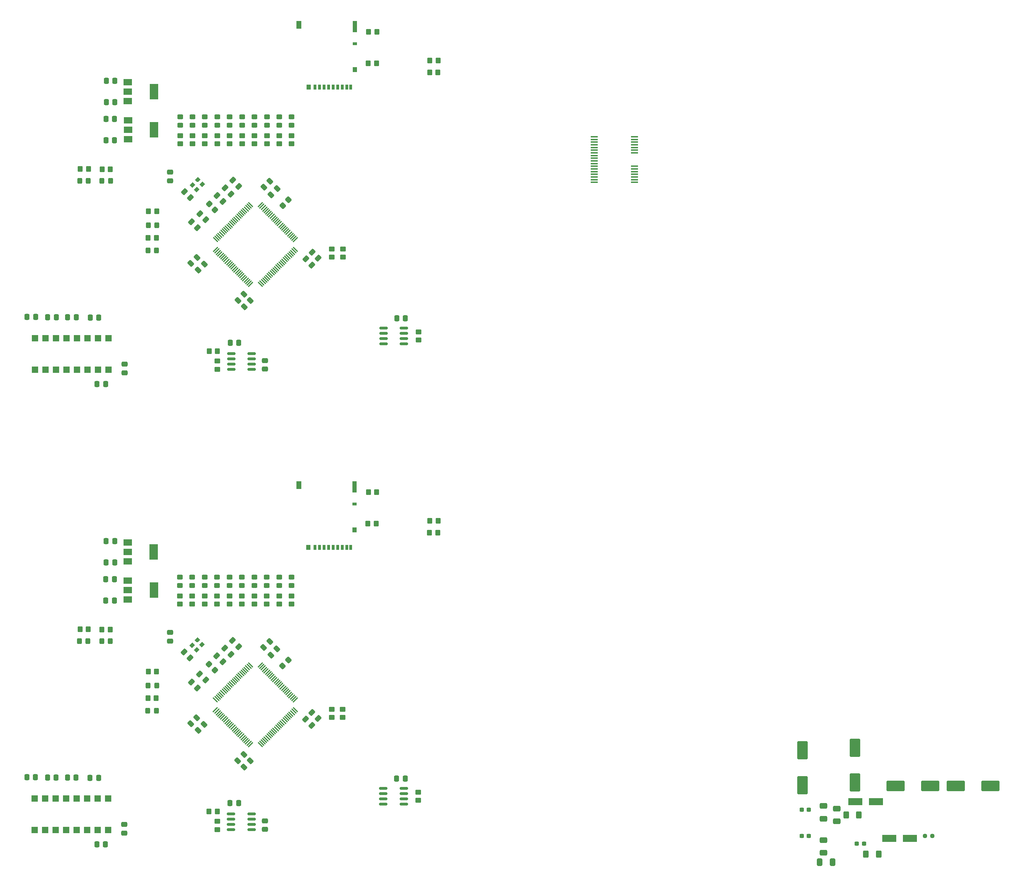
<source format=gbr>
%TF.GenerationSoftware,KiCad,Pcbnew,6.0.11-2627ca5db0~126~ubuntu20.04.1*%
%TF.CreationDate,2023-05-10T15:16:23+05:30*%
%TF.ProjectId,MVCU_COPY,4d564355-5f43-44f5-9059-2e6b69636164,rev?*%
%TF.SameCoordinates,Original*%
%TF.FileFunction,Paste,Top*%
%TF.FilePolarity,Positive*%
%FSLAX46Y46*%
G04 Gerber Fmt 4.6, Leading zero omitted, Abs format (unit mm)*
G04 Created by KiCad (PCBNEW 6.0.11-2627ca5db0~126~ubuntu20.04.1) date 2023-05-10 15:16:23*
%MOMM*%
%LPD*%
G01*
G04 APERTURE LIST*
G04 Aperture macros list*
%AMRoundRect*
0 Rectangle with rounded corners*
0 $1 Rounding radius*
0 $2 $3 $4 $5 $6 $7 $8 $9 X,Y pos of 4 corners*
0 Add a 4 corners polygon primitive as box body*
4,1,4,$2,$3,$4,$5,$6,$7,$8,$9,$2,$3,0*
0 Add four circle primitives for the rounded corners*
1,1,$1+$1,$2,$3*
1,1,$1+$1,$4,$5*
1,1,$1+$1,$6,$7*
1,1,$1+$1,$8,$9*
0 Add four rect primitives between the rounded corners*
20,1,$1+$1,$2,$3,$4,$5,0*
20,1,$1+$1,$4,$5,$6,$7,0*
20,1,$1+$1,$6,$7,$8,$9,0*
20,1,$1+$1,$8,$9,$2,$3,0*%
%AMRotRect*
0 Rectangle, with rotation*
0 The origin of the aperture is its center*
0 $1 length*
0 $2 width*
0 $3 Rotation angle, in degrees counterclockwise*
0 Add horizontal line*
21,1,$1,$2,0,0,$3*%
%AMOutline5P*
0 Free polygon, 5 corners , with rotation*
0 The origin of the aperture is its center*
0 number of corners: always 5*
0 $1 to $10 corner X, Y*
0 $11 Rotation angle, in degrees counterclockwise*
0 create outline with 5 corners*
4,1,5,$1,$2,$3,$4,$5,$6,$7,$8,$9,$10,$1,$2,$11*%
%AMOutline6P*
0 Free polygon, 6 corners , with rotation*
0 The origin of the aperture is its center*
0 number of corners: always 6*
0 $1 to $12 corner X, Y*
0 $13 Rotation angle, in degrees counterclockwise*
0 create outline with 6 corners*
4,1,6,$1,$2,$3,$4,$5,$6,$7,$8,$9,$10,$11,$12,$1,$2,$13*%
%AMOutline7P*
0 Free polygon, 7 corners , with rotation*
0 The origin of the aperture is its center*
0 number of corners: always 7*
0 $1 to $14 corner X, Y*
0 $15 Rotation angle, in degrees counterclockwise*
0 create outline with 7 corners*
4,1,7,$1,$2,$3,$4,$5,$6,$7,$8,$9,$10,$11,$12,$13,$14,$1,$2,$15*%
%AMOutline8P*
0 Free polygon, 8 corners , with rotation*
0 The origin of the aperture is its center*
0 number of corners: always 8*
0 $1 to $16 corner X, Y*
0 $17 Rotation angle, in degrees counterclockwise*
0 create outline with 8 corners*
4,1,8,$1,$2,$3,$4,$5,$6,$7,$8,$9,$10,$11,$12,$13,$14,$15,$16,$1,$2,$17*%
G04 Aperture macros list end*
%ADD10R,1.670000X0.450000*%
%ADD11RoundRect,0.250000X-0.412500X-0.650000X0.412500X-0.650000X0.412500X0.650000X-0.412500X0.650000X0*%
%ADD12RoundRect,0.250000X1.000000X-1.950000X1.000000X1.950000X-1.000000X1.950000X-1.000000X-1.950000X0*%
%ADD13RoundRect,0.250000X-0.400000X-0.625000X0.400000X-0.625000X0.400000X0.625000X-0.400000X0.625000X0*%
%ADD14RoundRect,0.237500X-0.300000X-0.237500X0.300000X-0.237500X0.300000X0.237500X-0.300000X0.237500X0*%
%ADD15RoundRect,0.250000X-1.950000X-1.000000X1.950000X-1.000000X1.950000X1.000000X-1.950000X1.000000X0*%
%ADD16RoundRect,0.237500X-0.250000X-0.237500X0.250000X-0.237500X0.250000X0.237500X-0.250000X0.237500X0*%
%ADD17RoundRect,0.250000X0.650000X-0.412500X0.650000X0.412500X-0.650000X0.412500X-0.650000X-0.412500X0*%
%ADD18R,3.500000X1.800000*%
%ADD19RoundRect,0.250000X-0.450000X0.325000X-0.450000X-0.325000X0.450000X-0.325000X0.450000X0.325000X0*%
%ADD20RoundRect,0.250000X-0.450000X0.350000X-0.450000X-0.350000X0.450000X-0.350000X0.450000X0.350000X0*%
%ADD21RoundRect,0.250000X0.325000X0.450000X-0.325000X0.450000X-0.325000X-0.450000X0.325000X-0.450000X0*%
%ADD22RoundRect,0.250000X-0.070711X0.565685X-0.565685X0.070711X0.070711X-0.565685X0.565685X-0.070711X0*%
%ADD23R,1.600000X1.600000*%
%ADD24RoundRect,0.250000X-0.337500X-0.475000X0.337500X-0.475000X0.337500X0.475000X-0.337500X0.475000X0*%
%ADD25RoundRect,0.250000X-0.350000X-0.450000X0.350000X-0.450000X0.350000X0.450000X-0.350000X0.450000X0*%
%ADD26RoundRect,0.250000X0.574524X0.097227X0.097227X0.574524X-0.574524X-0.097227X-0.097227X-0.574524X0*%
%ADD27RoundRect,0.250000X-0.325000X-0.450000X0.325000X-0.450000X0.325000X0.450000X-0.325000X0.450000X0*%
%ADD28RoundRect,0.250000X0.097227X-0.574524X0.574524X-0.097227X-0.097227X0.574524X-0.574524X0.097227X0*%
%ADD29RoundRect,0.250000X0.350000X0.450000X-0.350000X0.450000X-0.350000X-0.450000X0.350000X-0.450000X0*%
%ADD30RoundRect,0.250000X-0.097227X0.574524X-0.574524X0.097227X0.097227X-0.574524X0.574524X-0.097227X0*%
%ADD31R,2.000000X1.500000*%
%ADD32R,2.000000X3.800000*%
%ADD33RoundRect,0.250000X0.337500X0.475000X-0.337500X0.475000X-0.337500X-0.475000X0.337500X-0.475000X0*%
%ADD34RoundRect,0.250000X0.475000X-0.337500X0.475000X0.337500X-0.475000X0.337500X-0.475000X-0.337500X0*%
%ADD35R,0.700000X1.200000*%
%ADD36R,1.000000X0.800000*%
%ADD37R,1.300000X1.900000*%
%ADD38R,1.000000X1.200000*%
%ADD39R,1.000000X2.800000*%
%ADD40RoundRect,0.250000X-0.574524X-0.097227X-0.097227X-0.574524X0.574524X0.097227X0.097227X0.574524X0*%
%ADD41RoundRect,0.250000X0.565685X0.070711X0.070711X0.565685X-0.565685X-0.070711X-0.070711X-0.565685X0*%
%ADD42RoundRect,0.075000X-0.565685X0.459619X0.459619X-0.565685X0.565685X-0.459619X-0.459619X0.565685X0*%
%ADD43RoundRect,0.075000X-0.565685X-0.459619X-0.459619X-0.565685X0.565685X0.459619X0.459619X0.565685X0*%
%ADD44Outline5P,-0.500000X0.450000X0.230000X0.450000X0.500000X0.180000X0.500000X-0.450000X-0.500000X-0.450000X225.000000*%
%ADD45RotRect,1.000000X0.900000X225.000000*%
%ADD46RoundRect,0.250000X0.450000X-0.350000X0.450000X0.350000X-0.450000X0.350000X-0.450000X-0.350000X0*%
%ADD47RoundRect,0.150000X-0.825000X-0.150000X0.825000X-0.150000X0.825000X0.150000X-0.825000X0.150000X0*%
%ADD48RoundRect,0.150000X0.825000X0.150000X-0.825000X0.150000X-0.825000X-0.150000X0.825000X-0.150000X0*%
G04 APERTURE END LIST*
D10*
%TO.C,U1*%
X195167500Y-960000D03*
X195167500Y-1610000D03*
X195167500Y-2260000D03*
X195167500Y-2910000D03*
X195167500Y-3560000D03*
X195167500Y-4210000D03*
X195167500Y-4860000D03*
X195167500Y-8110000D03*
X195167500Y-8760000D03*
X195167500Y-9410000D03*
X195167500Y-10060000D03*
X195167500Y-10710000D03*
X195167500Y-11360000D03*
X195167500Y-12010000D03*
X185437500Y-12010000D03*
X185437500Y-11360000D03*
X185437500Y-10710000D03*
X185437500Y-10060000D03*
X185437500Y-9410000D03*
X185437500Y-8760000D03*
X185437500Y-8110000D03*
X185437500Y-7460000D03*
X185437500Y-6810000D03*
X185437500Y-6160000D03*
X185437500Y-5510000D03*
X185437500Y-4860000D03*
X185437500Y-4210000D03*
X185437500Y-3560000D03*
X185437500Y-2910000D03*
X185437500Y-2260000D03*
X185437500Y-1610000D03*
X185437500Y-960000D03*
%TD*%
D11*
%TO.C,C3*%
X239967500Y-176565000D03*
X243092500Y-176565000D03*
%TD*%
D12*
%TO.C,C6*%
X235815000Y-157905000D03*
X235815000Y-149505000D03*
%TD*%
D13*
%TO.C,R14*%
X246330000Y-165135000D03*
X249430000Y-165135000D03*
%TD*%
D14*
%TO.C,C5*%
X235587500Y-170215000D03*
X237312500Y-170215000D03*
%TD*%
D15*
%TO.C,C14*%
X272890000Y-158150000D03*
X281290000Y-158150000D03*
%TD*%
D14*
%TO.C,C4*%
X235587500Y-163865000D03*
X237312500Y-163865000D03*
%TD*%
%TO.C,C16*%
X248922500Y-172120000D03*
X250647500Y-172120000D03*
%TD*%
D16*
%TO.C,R15*%
X265382500Y-170215000D03*
X267207500Y-170215000D03*
%TD*%
D17*
%TO.C,C12*%
X244070000Y-166697500D03*
X244070000Y-163572500D03*
%TD*%
%TO.C,C7*%
X240895000Y-166062500D03*
X240895000Y-162937500D03*
%TD*%
D12*
%TO.C,C2*%
X248515000Y-157270000D03*
X248515000Y-148870000D03*
%TD*%
D17*
%TO.C,C10*%
X240895000Y-174317500D03*
X240895000Y-171192500D03*
%TD*%
D15*
%TO.C,C11*%
X258285000Y-158150000D03*
X266685000Y-158150000D03*
%TD*%
D13*
%TO.C,R13*%
X251132500Y-174660000D03*
X254232500Y-174660000D03*
%TD*%
D18*
%TO.C,D4*%
X253555000Y-161960000D03*
X248555000Y-161960000D03*
%TD*%
%TO.C,D3*%
X256810000Y-170850000D03*
X261810000Y-170850000D03*
%TD*%
D19*
%TO.C,D5*%
X100168000Y-107570000D03*
X100168000Y-109620000D03*
%TD*%
D20*
%TO.C,R17*%
X88168000Y-112095000D03*
X88168000Y-114095000D03*
%TD*%
D21*
%TO.C,D11*%
X68318000Y-123045000D03*
X66268000Y-123045000D03*
%TD*%
D22*
%TO.C,R1*%
X111401107Y-127652893D03*
X109986893Y-129067107D03*
%TD*%
D23*
%TO.C,U14*%
X67854107Y-49757893D03*
X65314107Y-49757893D03*
X62774107Y-49757893D03*
X60234107Y-49757893D03*
X57694107Y-49757893D03*
X55154107Y-49757893D03*
X52614107Y-49757893D03*
X50074107Y-49757893D03*
X50074107Y-57377893D03*
X52614107Y-57377893D03*
X55154107Y-57377893D03*
X57694107Y-57377893D03*
X60234107Y-57377893D03*
X62774107Y-57377893D03*
X65314107Y-57377893D03*
X67854107Y-57377893D03*
%TD*%
D24*
%TO.C,C46*%
X63467500Y-44753000D03*
X65542500Y-44753000D03*
%TD*%
D25*
%TO.C,R44*%
X66332000Y-8825000D03*
X68332000Y-8825000D03*
%TD*%
D26*
%TO.C,C13*%
X97494139Y-126253353D03*
X96026893Y-124786107D03*
%TD*%
D27*
%TO.C,D26*%
X60907000Y-11675000D03*
X62957000Y-11675000D03*
%TD*%
D25*
%TO.C,R5*%
X145564000Y-96814000D03*
X147564000Y-96814000D03*
%TD*%
D28*
%TO.C,C37*%
X99187160Y-40575000D03*
X100654406Y-39107754D03*
%TD*%
D29*
%TO.C,R29*%
X132703000Y16806000D03*
X130703000Y16806000D03*
%TD*%
D19*
%TO.C,D2*%
X109168000Y-107570000D03*
X109168000Y-109620000D03*
%TD*%
D24*
%TO.C,C49*%
X58006500Y-44675000D03*
X60081500Y-44675000D03*
%TD*%
D29*
%TO.C,R46*%
X63032000Y-8775000D03*
X61032000Y-8775000D03*
%TD*%
D20*
%TO.C,R12*%
X103168000Y-112095000D03*
X103168000Y-114095000D03*
%TD*%
D30*
%TO.C,C41*%
X91068623Y-31792377D03*
X89601377Y-33259623D03*
%TD*%
D25*
%TO.C,R19*%
X66293000Y-120245000D03*
X68293000Y-120245000D03*
%TD*%
D24*
%TO.C,C58*%
X48169500Y-44575000D03*
X50244500Y-44575000D03*
%TD*%
D29*
%TO.C,R48*%
X79549786Y-19000714D03*
X77549786Y-19000714D03*
%TD*%
D27*
%TO.C,D13*%
X77402000Y-139880500D03*
X79452000Y-139880500D03*
%TD*%
D30*
%TO.C,C6*%
X102139406Y-152051754D03*
X100672160Y-153519000D03*
%TD*%
D29*
%TO.C,R22*%
X79427000Y-136880500D03*
X77427000Y-136880500D03*
%TD*%
D31*
%TO.C,U15*%
X72607000Y3025000D03*
X72607000Y725000D03*
D32*
X78907000Y725000D03*
D31*
X72607000Y-1575000D03*
%TD*%
D19*
%TO.C,D22*%
X91207000Y3850000D03*
X91207000Y1800000D03*
%TD*%
D20*
%TO.C,R11*%
X106168000Y-112095000D03*
X106168000Y-114095000D03*
%TD*%
D29*
%TO.C,R50*%
X94257000Y-52875000D03*
X92257000Y-52875000D03*
%TD*%
D33*
%TO.C,C26*%
X69405500Y-98845000D03*
X67330500Y-98845000D03*
%TD*%
D19*
%TO.C,D20*%
X97207000Y3850000D03*
X97207000Y1800000D03*
%TD*%
D20*
%TO.C,R18*%
X85168000Y-112095000D03*
X85168000Y-114095000D03*
%TD*%
D24*
%TO.C,C19*%
X57967500Y-156095000D03*
X60042500Y-156095000D03*
%TD*%
D33*
%TO.C,C23*%
X69405500Y-104045000D03*
X67330500Y-104045000D03*
%TD*%
D24*
%TO.C,C25*%
X137594500Y-156294500D03*
X139669500Y-156294500D03*
%TD*%
D19*
%TO.C,D3*%
X106168000Y-107570000D03*
X106168000Y-109620000D03*
%TD*%
D33*
%TO.C,C48*%
X67201607Y-60867893D03*
X65126607Y-60867893D03*
%TD*%
D29*
%TO.C,R27*%
X132803000Y24406000D03*
X130803000Y24406000D03*
%TD*%
D26*
%TO.C,C10*%
X117054730Y-143436516D03*
X115587484Y-141969270D03*
%TD*%
D27*
%TO.C,D27*%
X77441000Y-28460500D03*
X79491000Y-28460500D03*
%TD*%
D19*
%TO.C,D23*%
X88207000Y3850000D03*
X88207000Y1800000D03*
%TD*%
D26*
%TO.C,C2*%
X99362623Y-124394623D03*
X97895377Y-122927377D03*
%TD*%
D19*
%TO.C,D21*%
X94207000Y3850000D03*
X94207000Y1800000D03*
%TD*%
D29*
%TO.C,R4*%
X132664000Y-94614000D03*
X130664000Y-94614000D03*
%TD*%
%TO.C,R2*%
X132764000Y-87014000D03*
X130764000Y-87014000D03*
%TD*%
D20*
%TO.C,R33*%
X124576000Y-28132000D03*
X124576000Y-30132000D03*
%TD*%
D19*
%TO.C,D6*%
X97168000Y-107570000D03*
X97168000Y-109620000D03*
%TD*%
D33*
%TO.C,C17*%
X69305500Y-113245000D03*
X67230500Y-113245000D03*
%TD*%
D31*
%TO.C,U6*%
X72518000Y-99145000D03*
X72518000Y-101445000D03*
D32*
X78818000Y-101445000D03*
D31*
X72518000Y-103745000D03*
%TD*%
D28*
%TO.C,C34*%
X107205377Y-15006623D03*
X108672623Y-13539377D03*
%TD*%
D21*
%TO.C,D25*%
X68357000Y-11625000D03*
X66307000Y-11625000D03*
%TD*%
D20*
%TO.C,R7*%
X121870000Y-139552000D03*
X121870000Y-141552000D03*
%TD*%
%TO.C,R13*%
X100168000Y-112095000D03*
X100168000Y-114095000D03*
%TD*%
D19*
%TO.C,D15*%
X112207000Y3850000D03*
X112207000Y1800000D03*
%TD*%
D34*
%TO.C,C59*%
X105757000Y-57212500D03*
X105757000Y-55137500D03*
%TD*%
D29*
%TO.C,R47*%
X79466000Y-25460500D03*
X77466000Y-25460500D03*
%TD*%
D30*
%TO.C,C44*%
X89290623Y-30141377D03*
X87823377Y-31608623D03*
%TD*%
D26*
%TO.C,C43*%
X97533139Y-14833353D03*
X96065893Y-13366107D03*
%TD*%
D23*
%TO.C,U3*%
X67815107Y-161177893D03*
X65275107Y-161177893D03*
X62735107Y-161177893D03*
X60195107Y-161177893D03*
X57655107Y-161177893D03*
X55115107Y-161177893D03*
X52575107Y-161177893D03*
X50035107Y-161177893D03*
X50035107Y-168797893D03*
X52575107Y-168797893D03*
X55115107Y-168797893D03*
X57655107Y-168797893D03*
X60195107Y-168797893D03*
X62735107Y-168797893D03*
X65275107Y-168797893D03*
X67815107Y-168797893D03*
%TD*%
D33*
%TO.C,C56*%
X69444500Y12575000D03*
X67369500Y12575000D03*
%TD*%
D19*
%TO.C,D18*%
X103207000Y3850000D03*
X103207000Y1800000D03*
%TD*%
D35*
%TO.C,J3*%
X117819000Y-100404000D03*
X118919000Y-100404000D03*
X120019000Y-100404000D03*
X121119000Y-100404000D03*
X122219000Y-100404000D03*
X123319000Y-100404000D03*
X124419000Y-100404000D03*
X125519000Y-100404000D03*
X126469000Y-100404000D03*
D36*
X127419000Y-89904000D03*
D37*
X113919000Y-85304000D03*
D38*
X116269000Y-100404000D03*
X127419000Y-96104000D03*
D39*
X127419000Y-85754000D03*
%TD*%
D28*
%TO.C,C7*%
X99148160Y-151995000D03*
X100615406Y-150527754D03*
%TD*%
D33*
%TO.C,C53*%
X69444500Y7375000D03*
X67369500Y7375000D03*
%TD*%
%TO.C,C18*%
X67162607Y-172287893D03*
X65087607Y-172287893D03*
%TD*%
D22*
%TO.C,R26*%
X111440107Y-16232893D03*
X110025893Y-17647107D03*
%TD*%
D24*
%TO.C,C22*%
X53141500Y-156046000D03*
X55216500Y-156046000D03*
%TD*%
D20*
%TO.C,R16*%
X91168000Y-112095000D03*
X91168000Y-114095000D03*
%TD*%
D19*
%TO.C,D9*%
X88168000Y-107570000D03*
X88168000Y-109620000D03*
%TD*%
D31*
%TO.C,U17*%
X72557000Y12275000D03*
X72557000Y9975000D03*
D32*
X78857000Y9975000D03*
D31*
X72557000Y7675000D03*
%TD*%
D24*
%TO.C,C16*%
X63428500Y-156173000D03*
X65503500Y-156173000D03*
%TD*%
D40*
%TO.C,C35*%
X117150484Y-28898270D03*
X118617730Y-30365516D03*
%TD*%
D34*
%TO.C,C3*%
X82754000Y-123047500D03*
X82754000Y-120972500D03*
%TD*%
D31*
%TO.C,U4*%
X72568000Y-108395000D03*
X72568000Y-110695000D03*
D32*
X78868000Y-110695000D03*
D31*
X72568000Y-112995000D03*
%TD*%
D19*
%TO.C,D4*%
X103168000Y-107570000D03*
X103168000Y-109620000D03*
%TD*%
D24*
%TO.C,C52*%
X53180500Y-44626000D03*
X55255500Y-44626000D03*
%TD*%
D26*
%TO.C,C45*%
X89433516Y-22989730D03*
X87966270Y-21522484D03*
%TD*%
D41*
%TO.C,R28*%
X93660107Y-18663107D03*
X92245893Y-17248893D03*
%TD*%
D42*
%TO.C,U13*%
X102279703Y-17398208D03*
X101926150Y-17751761D03*
X101572596Y-18105315D03*
X101219043Y-18458868D03*
X100865490Y-18812421D03*
X100511936Y-19165975D03*
X100158383Y-19519528D03*
X99804829Y-19873082D03*
X99451276Y-20226635D03*
X99097723Y-20580188D03*
X98744169Y-20933742D03*
X98390616Y-21287295D03*
X98037062Y-21640848D03*
X97683509Y-21994402D03*
X97329956Y-22347955D03*
X96976402Y-22701509D03*
X96622849Y-23055062D03*
X96269296Y-23408615D03*
X95915742Y-23762169D03*
X95562189Y-24115722D03*
X95208635Y-24469276D03*
X94855082Y-24822829D03*
X94501529Y-25176382D03*
X94147975Y-25529936D03*
X93794422Y-25883489D03*
D43*
X93794422Y-28252297D03*
X94147975Y-28605850D03*
X94501529Y-28959404D03*
X94855082Y-29312957D03*
X95208635Y-29666510D03*
X95562189Y-30020064D03*
X95915742Y-30373617D03*
X96269296Y-30727171D03*
X96622849Y-31080724D03*
X96976402Y-31434277D03*
X97329956Y-31787831D03*
X97683509Y-32141384D03*
X98037062Y-32494938D03*
X98390616Y-32848491D03*
X98744169Y-33202044D03*
X99097723Y-33555598D03*
X99451276Y-33909151D03*
X99804829Y-34262704D03*
X100158383Y-34616258D03*
X100511936Y-34969811D03*
X100865490Y-35323365D03*
X101219043Y-35676918D03*
X101572596Y-36030471D03*
X101926150Y-36384025D03*
X102279703Y-36737578D03*
D42*
X104648511Y-36737578D03*
X105002064Y-36384025D03*
X105355618Y-36030471D03*
X105709171Y-35676918D03*
X106062724Y-35323365D03*
X106416278Y-34969811D03*
X106769831Y-34616258D03*
X107123385Y-34262704D03*
X107476938Y-33909151D03*
X107830491Y-33555598D03*
X108184045Y-33202044D03*
X108537598Y-32848491D03*
X108891152Y-32494938D03*
X109244705Y-32141384D03*
X109598258Y-31787831D03*
X109951812Y-31434277D03*
X110305365Y-31080724D03*
X110658918Y-30727171D03*
X111012472Y-30373617D03*
X111366025Y-30020064D03*
X111719579Y-29666510D03*
X112073132Y-29312957D03*
X112426685Y-28959404D03*
X112780239Y-28605850D03*
X113133792Y-28252297D03*
D43*
X113133792Y-25883489D03*
X112780239Y-25529936D03*
X112426685Y-25176382D03*
X112073132Y-24822829D03*
X111719579Y-24469276D03*
X111366025Y-24115722D03*
X111012472Y-23762169D03*
X110658918Y-23408615D03*
X110305365Y-23055062D03*
X109951812Y-22701509D03*
X109598258Y-22347955D03*
X109244705Y-21994402D03*
X108891152Y-21640848D03*
X108537598Y-21287295D03*
X108184045Y-20933742D03*
X107830491Y-20580188D03*
X107476938Y-20226635D03*
X107123385Y-19873082D03*
X106769831Y-19519528D03*
X106416278Y-19165975D03*
X106062724Y-18812421D03*
X105709171Y-18458868D03*
X105355618Y-18105315D03*
X105002064Y-17751761D03*
X104648511Y-17398208D03*
%TD*%
D40*
%TO.C,C8*%
X86184377Y-125661377D03*
X87651623Y-127128623D03*
%TD*%
D26*
%TO.C,C1*%
X95552623Y-128077623D03*
X94085377Y-126610377D03*
%TD*%
D30*
%TO.C,C14*%
X89251623Y-141561377D03*
X87784377Y-143028623D03*
%TD*%
D44*
%TO.C,Y2*%
X89445388Y-11355996D03*
D45*
X88172596Y-12628788D03*
X89268612Y-13724803D03*
X90541404Y-12444940D03*
%TD*%
D46*
%TO.C,R49*%
X94257000Y-57275000D03*
X94257000Y-55275000D03*
%TD*%
D20*
%TO.C,R20*%
X142825000Y-159618000D03*
X142825000Y-161618000D03*
%TD*%
D34*
%TO.C,C21*%
X71705000Y-169508000D03*
X71705000Y-167433000D03*
%TD*%
D30*
%TO.C,C11*%
X91029623Y-143212377D03*
X89562377Y-144679623D03*
%TD*%
D25*
%TO.C,R31*%
X145653000Y17506000D03*
X147653000Y17506000D03*
%TD*%
D19*
%TO.C,D1*%
X112168000Y-107570000D03*
X112168000Y-109620000D03*
%TD*%
D26*
%TO.C,C40*%
X117093730Y-32016516D03*
X115626484Y-30549270D03*
%TD*%
D24*
%TO.C,C28*%
X48130500Y-155995000D03*
X50205500Y-155995000D03*
%TD*%
D20*
%TO.C,R38*%
X100207000Y-675000D03*
X100207000Y-2675000D03*
%TD*%
D40*
%TO.C,C5*%
X117111484Y-140318270D03*
X118578730Y-141785516D03*
%TD*%
%TO.C,C38*%
X86223377Y-14241377D03*
X87690623Y-15708623D03*
%TD*%
D29*
%TO.C,R25*%
X94218000Y-164295000D03*
X92218000Y-164295000D03*
%TD*%
D26*
%TO.C,C39*%
X91437139Y-21056353D03*
X89969893Y-19589107D03*
%TD*%
D27*
%TO.C,D12*%
X60868000Y-123095000D03*
X62918000Y-123095000D03*
%TD*%
D20*
%TO.C,R40*%
X94207000Y-675000D03*
X94207000Y-2675000D03*
%TD*%
D47*
%TO.C,U16*%
X134420000Y-47293000D03*
X134420000Y-48563000D03*
X134420000Y-49833000D03*
X134420000Y-51103000D03*
X139370000Y-51103000D03*
X139370000Y-49833000D03*
X139370000Y-48563000D03*
X139370000Y-47293000D03*
%TD*%
D33*
%TO.C,C20*%
X69305500Y-108095000D03*
X67230500Y-108095000D03*
%TD*%
D19*
%TO.C,D16*%
X109207000Y3850000D03*
X109207000Y1800000D03*
%TD*%
D41*
%TO.C,R3*%
X93621107Y-130083107D03*
X92206893Y-128668893D03*
%TD*%
D20*
%TO.C,R9*%
X112168000Y-112095000D03*
X112168000Y-114095000D03*
%TD*%
D24*
%TO.C,C55*%
X137633500Y-44874500D03*
X139708500Y-44874500D03*
%TD*%
D20*
%TO.C,R14*%
X97168000Y-112095000D03*
X97168000Y-114095000D03*
%TD*%
%TO.C,R37*%
X103207000Y-675000D03*
X103207000Y-2675000D03*
%TD*%
D26*
%TO.C,C31*%
X95591623Y-16657623D03*
X94124377Y-15190377D03*
%TD*%
D19*
%TO.C,D10*%
X85168000Y-107570000D03*
X85168000Y-109620000D03*
%TD*%
D20*
%TO.C,R8*%
X124537000Y-139552000D03*
X124537000Y-141552000D03*
%TD*%
D44*
%TO.C,Y1*%
X89406388Y-122775996D03*
D45*
X88133596Y-124048788D03*
X89229612Y-125144803D03*
X90502404Y-123864940D03*
%TD*%
D19*
%TO.C,D17*%
X106207000Y3850000D03*
X106207000Y1800000D03*
%TD*%
D33*
%TO.C,C60*%
X99394500Y-50875000D03*
X97319500Y-50875000D03*
%TD*%
D20*
%TO.C,R41*%
X91207000Y-675000D03*
X91207000Y-2675000D03*
%TD*%
D27*
%TO.C,D14*%
X77485786Y-133820714D03*
X79535786Y-133820714D03*
%TD*%
D28*
%TO.C,C42*%
X105473754Y-13200246D03*
X106941000Y-11733000D03*
%TD*%
D42*
%TO.C,U2*%
X102240703Y-128818208D03*
X101887150Y-129171761D03*
X101533596Y-129525315D03*
X101180043Y-129878868D03*
X100826490Y-130232421D03*
X100472936Y-130585975D03*
X100119383Y-130939528D03*
X99765829Y-131293082D03*
X99412276Y-131646635D03*
X99058723Y-132000188D03*
X98705169Y-132353742D03*
X98351616Y-132707295D03*
X97998062Y-133060848D03*
X97644509Y-133414402D03*
X97290956Y-133767955D03*
X96937402Y-134121509D03*
X96583849Y-134475062D03*
X96230296Y-134828615D03*
X95876742Y-135182169D03*
X95523189Y-135535722D03*
X95169635Y-135889276D03*
X94816082Y-136242829D03*
X94462529Y-136596382D03*
X94108975Y-136949936D03*
X93755422Y-137303489D03*
D43*
X93755422Y-139672297D03*
X94108975Y-140025850D03*
X94462529Y-140379404D03*
X94816082Y-140732957D03*
X95169635Y-141086510D03*
X95523189Y-141440064D03*
X95876742Y-141793617D03*
X96230296Y-142147171D03*
X96583849Y-142500724D03*
X96937402Y-142854277D03*
X97290956Y-143207831D03*
X97644509Y-143561384D03*
X97998062Y-143914938D03*
X98351616Y-144268491D03*
X98705169Y-144622044D03*
X99058723Y-144975598D03*
X99412276Y-145329151D03*
X99765829Y-145682704D03*
X100119383Y-146036258D03*
X100472936Y-146389811D03*
X100826490Y-146743365D03*
X101180043Y-147096918D03*
X101533596Y-147450471D03*
X101887150Y-147804025D03*
X102240703Y-148157578D03*
D42*
X104609511Y-148157578D03*
X104963064Y-147804025D03*
X105316618Y-147450471D03*
X105670171Y-147096918D03*
X106023724Y-146743365D03*
X106377278Y-146389811D03*
X106730831Y-146036258D03*
X107084385Y-145682704D03*
X107437938Y-145329151D03*
X107791491Y-144975598D03*
X108145045Y-144622044D03*
X108498598Y-144268491D03*
X108852152Y-143914938D03*
X109205705Y-143561384D03*
X109559258Y-143207831D03*
X109912812Y-142854277D03*
X110266365Y-142500724D03*
X110619918Y-142147171D03*
X110973472Y-141793617D03*
X111327025Y-141440064D03*
X111680579Y-141086510D03*
X112034132Y-140732957D03*
X112387685Y-140379404D03*
X112741239Y-140025850D03*
X113094792Y-139672297D03*
D43*
X113094792Y-137303489D03*
X112741239Y-136949936D03*
X112387685Y-136596382D03*
X112034132Y-136242829D03*
X111680579Y-135889276D03*
X111327025Y-135535722D03*
X110973472Y-135182169D03*
X110619918Y-134828615D03*
X110266365Y-134475062D03*
X109912812Y-134121509D03*
X109559258Y-133767955D03*
X109205705Y-133414402D03*
X108852152Y-133060848D03*
X108498598Y-132707295D03*
X108145045Y-132353742D03*
X107791491Y-132000188D03*
X107437938Y-131646635D03*
X107084385Y-131293082D03*
X106730831Y-130939528D03*
X106377278Y-130585975D03*
X106023724Y-130232421D03*
X105670171Y-129878868D03*
X105316618Y-129525315D03*
X104963064Y-129171761D03*
X104609511Y-128818208D03*
%TD*%
D26*
%TO.C,C15*%
X89394516Y-134409730D03*
X87927270Y-132942484D03*
%TD*%
D20*
%TO.C,R42*%
X88207000Y-675000D03*
X88207000Y-2675000D03*
%TD*%
D33*
%TO.C,C50*%
X69344500Y3325000D03*
X67269500Y3325000D03*
%TD*%
D48*
%TO.C,U22*%
X102532000Y-57280000D03*
X102532000Y-56010000D03*
X102532000Y-54740000D03*
X102532000Y-53470000D03*
X97582000Y-53470000D03*
X97582000Y-54740000D03*
X97582000Y-56010000D03*
X97582000Y-57280000D03*
%TD*%
D20*
%TO.C,R39*%
X97207000Y-675000D03*
X97207000Y-2675000D03*
%TD*%
D19*
%TO.C,D19*%
X100207000Y3850000D03*
X100207000Y1800000D03*
%TD*%
D20*
%TO.C,R15*%
X94168000Y-112095000D03*
X94168000Y-114095000D03*
%TD*%
D25*
%TO.C,R30*%
X145603000Y14606000D03*
X147603000Y14606000D03*
%TD*%
D29*
%TO.C,R21*%
X62993000Y-120195000D03*
X60993000Y-120195000D03*
%TD*%
D26*
%TO.C,C9*%
X91398139Y-132476353D03*
X89930893Y-131009107D03*
%TD*%
D20*
%TO.C,R10*%
X109168000Y-112095000D03*
X109168000Y-114095000D03*
%TD*%
D47*
%TO.C,U5*%
X134381000Y-158713000D03*
X134381000Y-159983000D03*
X134381000Y-161253000D03*
X134381000Y-162523000D03*
X139331000Y-162523000D03*
X139331000Y-161253000D03*
X139331000Y-159983000D03*
X139331000Y-158713000D03*
%TD*%
D20*
%TO.C,R34*%
X112207000Y-675000D03*
X112207000Y-2675000D03*
%TD*%
D48*
%TO.C,U11*%
X102493000Y-168700000D03*
X102493000Y-167430000D03*
X102493000Y-166160000D03*
X102493000Y-164890000D03*
X97543000Y-164890000D03*
X97543000Y-166160000D03*
X97543000Y-167430000D03*
X97543000Y-168700000D03*
%TD*%
D30*
%TO.C,C36*%
X102178406Y-40631754D03*
X100711160Y-42099000D03*
%TD*%
D19*
%TO.C,D24*%
X85207000Y3850000D03*
X85207000Y1800000D03*
%TD*%
D28*
%TO.C,C12*%
X105434754Y-124620246D03*
X106902000Y-123153000D03*
%TD*%
D20*
%TO.C,R43*%
X85207000Y-675000D03*
X85207000Y-2675000D03*
%TD*%
D25*
%TO.C,R6*%
X145614000Y-93914000D03*
X147614000Y-93914000D03*
%TD*%
D33*
%TO.C,C30*%
X99355500Y-162295000D03*
X97280500Y-162295000D03*
%TD*%
D20*
%TO.C,R32*%
X121909000Y-28132000D03*
X121909000Y-30132000D03*
%TD*%
D34*
%TO.C,C51*%
X71744000Y-58088000D03*
X71744000Y-56013000D03*
%TD*%
D29*
%TO.C,R23*%
X79510786Y-130420714D03*
X77510786Y-130420714D03*
%TD*%
D27*
%TO.C,D28*%
X77524786Y-22400714D03*
X79574786Y-22400714D03*
%TD*%
D46*
%TO.C,R24*%
X94218000Y-168695000D03*
X94218000Y-166695000D03*
%TD*%
D34*
%TO.C,C33*%
X82793000Y-11627500D03*
X82793000Y-9552500D03*
%TD*%
D26*
%TO.C,C32*%
X99401623Y-12974623D03*
X97934377Y-11507377D03*
%TD*%
D19*
%TO.C,D8*%
X91168000Y-107570000D03*
X91168000Y-109620000D03*
%TD*%
%TO.C,D7*%
X94168000Y-107570000D03*
X94168000Y-109620000D03*
%TD*%
D34*
%TO.C,C29*%
X105718000Y-168632500D03*
X105718000Y-166557500D03*
%TD*%
D35*
%TO.C,J25*%
X117858000Y11016000D03*
X118958000Y11016000D03*
X120058000Y11016000D03*
X121158000Y11016000D03*
X122258000Y11016000D03*
X123358000Y11016000D03*
X124458000Y11016000D03*
X125558000Y11016000D03*
X126508000Y11016000D03*
D36*
X127458000Y21516000D03*
D39*
X127458000Y25666000D03*
D38*
X116308000Y11016000D03*
D37*
X113958000Y26116000D03*
D38*
X127458000Y15316000D03*
%TD*%
D20*
%TO.C,R45*%
X142864000Y-48198000D03*
X142864000Y-50198000D03*
%TD*%
D28*
%TO.C,C4*%
X107166377Y-126426623D03*
X108633623Y-124959377D03*
%TD*%
D20*
%TO.C,R36*%
X106207000Y-675000D03*
X106207000Y-2675000D03*
%TD*%
%TO.C,R35*%
X109207000Y-675000D03*
X109207000Y-2675000D03*
%TD*%
D33*
%TO.C,C47*%
X69344500Y-1825000D03*
X67269500Y-1825000D03*
%TD*%
M02*

</source>
